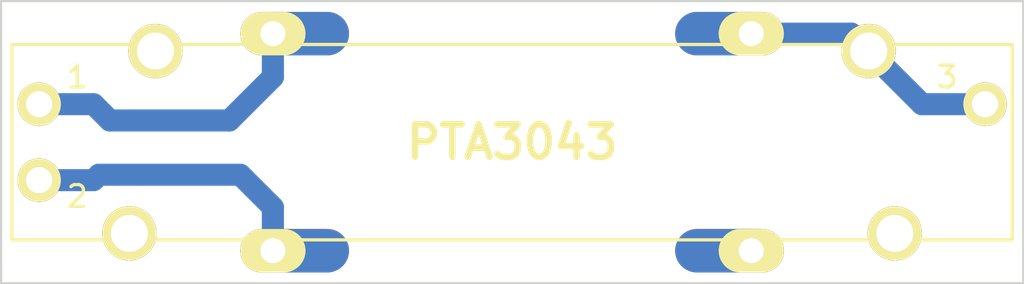
<source format=kicad_pcb>
(kicad_pcb (version 3) (host pcbnew "(2013-07-07 BZR 4022)-stable")

  (general
    (links 3)
    (no_connects 0)
    (area 63.416999 48.992 110.583001 63.008)
    (thickness 1.6)
    (drawings 6)
    (tracks 22)
    (zones 0)
    (modules 1)
    (nets 4)
  )

  (page A3)
  (layers
    (15 F.Cu signal)
    (0 B.Cu signal)
    (16 B.Adhes user)
    (17 F.Adhes user)
    (18 B.Paste user)
    (19 F.Paste user)
    (20 B.SilkS user)
    (21 F.SilkS user)
    (22 B.Mask user)
    (23 F.Mask user)
    (24 Dwgs.User user)
    (25 Cmts.User user)
    (26 Eco1.User user)
    (27 Eco2.User user)
    (28 Edge.Cuts user)
  )

  (setup
    (last_trace_width 2)
    (trace_clearance 0.508)
    (zone_clearance 0.254)
    (zone_45_only no)
    (trace_min 0.254)
    (segment_width 0.2)
    (edge_width 0.1)
    (via_size 0.889)
    (via_drill 0.635)
    (via_min_size 0.889)
    (via_min_drill 0.508)
    (uvia_size 0.508)
    (uvia_drill 0.127)
    (uvias_allowed no)
    (uvia_min_size 0.508)
    (uvia_min_drill 0.127)
    (pcb_text_width 0.3)
    (pcb_text_size 1.5 1.5)
    (mod_edge_width 0.15)
    (mod_text_size 1 1)
    (mod_text_width 0.15)
    (pad_size 3 2)
    (pad_drill 1.15)
    (pad_to_mask_clearance 0)
    (aux_axis_origin 0 0)
    (visible_elements 7FFFFFFF)
    (pcbplotparams
      (layerselection 284196865)
      (usegerberextensions true)
      (excludeedgelayer true)
      (linewidth 0.150000)
      (plotframeref false)
      (viasonmask false)
      (mode 1)
      (useauxorigin false)
      (hpglpennumber 1)
      (hpglpenspeed 20)
      (hpglpendiameter 15)
      (hpglpenoverlay 2)
      (psnegative false)
      (psa4output false)
      (plotreference false)
      (plotvalue false)
      (plotothertext true)
      (plotinvisibletext false)
      (padsonsilk false)
      (subtractmaskfromsilk true)
      (outputformat 1)
      (mirror false)
      (drillshape 0)
      (scaleselection 1)
      (outputdirectory "../Roland JP-4 slider/Gerbers/PTA/"))
  )

  (net 0 "")
  (net 1 N-000001)
  (net 2 N-000002)
  (net 3 N-000003)

  (net_class Default "This is the default net class."
    (clearance 0.508)
    (trace_width 2)
    (via_dia 0.889)
    (via_drill 0.635)
    (uvia_dia 0.508)
    (uvia_drill 0.127)
    (add_net "")
    (add_net N-000001)
    (add_net N-000002)
    (add_net N-000003)
  )

  (module PTA3043 (layer F.Cu) (tedit 53372347) (tstamp 5335C702)
    (at 87 56)
    (path /5334477F)
    (fp_text reference PTA1 (at 0 -5) (layer F.SilkS) hide
      (effects (font (size 1 1) (thickness 0.15)))
    )
    (fp_text value POT (at 0 4) (layer F.SilkS) hide
      (effects (font (size 1 1) (thickness 0.15)))
    )
    (fp_line (start 23 -4.5) (end 23 4.5) (layer F.SilkS) (width 0.15))
    (fp_line (start -23 -4.5) (end -23 4.5) (layer F.SilkS) (width 0.15))
    (fp_line (start -23 4.5) (end 23 4.5) (layer F.SilkS) (width 0.15))
    (fp_line (start -23 -4.5) (end 23 -4.5) (layer F.SilkS) (width 0.15))
    (fp_text user 3 (at 20 -3) (layer F.SilkS)
      (effects (font (size 1 1) (thickness 0.15)))
    )
    (fp_text user 2 (at -20 2.5) (layer F.SilkS)
      (effects (font (size 1 1) (thickness 0.15)))
    )
    (fp_text user 1 (at -20 -3) (layer F.SilkS)
      (effects (font (size 1 1) (thickness 0.15)))
    )
    (pad 7 thru_hole circle (at 16.4 -4.2) (size 2.5 2.5) (drill 1.7)
      (layers *.Cu *.Mask F.SilkS)
    )
    (pad 6 thru_hole circle (at -16.4 -4.2) (size 2.5 2.5) (drill 1.7)
      (layers *.Cu *.Mask F.SilkS)
    )
    (pad 5 thru_hole circle (at 17.6 4.2) (size 2.5 2.5) (drill 1.7)
      (layers *.Cu *.Mask F.SilkS)
    )
    (pad 4 thru_hole circle (at -17.6 4.2) (size 2.5 2.5) (drill 1.7)
      (layers *.Cu *.Mask F.SilkS)
    )
    (pad 1 thru_hole circle (at -21.75 -1.75) (size 2 2) (drill 1.2)
      (layers *.Cu *.Mask F.SilkS)
      (net 1 N-000001)
    )
    (pad 2 thru_hole circle (at -21.75 1.75) (size 2 2) (drill 1.2)
      (layers *.Cu *.Mask F.SilkS)
      (net 2 N-000002)
    )
    (pad 3 thru_hole circle (at 21.75 -1.75) (size 2 2) (drill 1.2)
      (layers *.Cu *.Mask F.SilkS)
      (net 3 N-000003)
    )
    (pad 1 thru_hole oval (at -11 -5) (size 3 2) (drill 1.15)
      (layers *.Cu *.Mask F.SilkS)
      (net 1 N-000001)
    )
    (pad 2 thru_hole oval (at -11 5) (size 3 2) (drill 1.15)
      (layers *.Cu *.Mask F.SilkS)
      (net 2 N-000002)
    )
    (pad 3 thru_hole oval (at 11 -5) (size 3 2) (drill 1.15)
      (layers *.Cu *.Mask F.SilkS)
      (net 3 N-000003)
    )
    (pad 8 thru_hole oval (at 11 5) (size 3 2) (drill 1.15)
      (layers *.Cu *.Mask F.SilkS)
    )
  )

  (gr_text PTA3043 (at 87 56) (layer F.SilkS)
    (effects (font (size 1.5 1.5) (thickness 0.3)))
  )
  (gr_line (start 63.5 62.5) (end 63.5 62) (angle 90) (layer Edge.Cuts) (width 0.1))
  (gr_line (start 63.5 49.5) (end 63.5 62) (angle 90) (layer Edge.Cuts) (width 0.1))
  (gr_line (start 110.5 62.5) (end 110.5 49.5) (angle 90) (layer Edge.Cuts) (width 0.1))
  (gr_line (start 63.5 49.5) (end 110.5 49.5) (angle 90) (layer Edge.Cuts) (width 0.1))
  (gr_line (start 110.5 62.5) (end 63.5 62.5) (angle 90) (layer Edge.Cuts) (width 0.1))

  (segment (start 98 61) (end 95.5 61) (width 2) (layer F.Cu) (net 0) (status 400000))
  (segment (start 98 61) (end 95.5 61) (width 2) (layer B.Cu) (net 0) (status 400000))
  (segment (start 76 51) (end 78.5 51) (width 2) (layer F.Cu) (net 1) (status 400000))
  (segment (start 78.5 51) (end 76 51) (width 2) (layer B.Cu) (net 1))
  (segment (start 65.25 54.25) (end 67.75 54.25) (width 1.016) (layer B.Cu) (net 1))
  (segment (start 76 53) (end 76 51) (width 1.016) (layer B.Cu) (net 1) (tstamp 5336E229))
  (segment (start 74 55) (end 76 53) (width 1.016) (layer B.Cu) (net 1) (tstamp 5336E228))
  (segment (start 68.5 55) (end 74 55) (width 1.016) (layer B.Cu) (net 1) (tstamp 5336E225))
  (segment (start 67.75 54.25) (end 68.5 55) (width 1.016) (layer B.Cu) (net 1) (tstamp 5336E221))
  (segment (start 76 61) (end 78.5 61) (width 2) (layer F.Cu) (net 2) (status 400000))
  (segment (start 76 61) (end 78.5 61) (width 2) (layer B.Cu) (net 2))
  (segment (start 65.25 57.75) (end 67.75 57.75) (width 1.016) (layer B.Cu) (net 2))
  (segment (start 76 59) (end 76 61) (width 1.016) (layer B.Cu) (net 2) (tstamp 5336E21E))
  (segment (start 74.5 57.5) (end 76 59) (width 1.016) (layer B.Cu) (net 2) (tstamp 5336E21D))
  (segment (start 68 57.5) (end 74.5 57.5) (width 1.016) (layer B.Cu) (net 2) (tstamp 5336E219))
  (segment (start 67.75 57.75) (end 68 57.5) (width 1.016) (layer B.Cu) (net 2) (tstamp 5336E215))
  (segment (start 98 51) (end 95.5 51) (width 2) (layer F.Cu) (net 3) (status 400000))
  (segment (start 98 51) (end 95.5 51) (width 2) (layer B.Cu) (net 3))
  (segment (start 108.75 54.25) (end 105.85 54.25) (width 1.016) (layer B.Cu) (net 3))
  (segment (start 105.85 54.25) (end 103.4 51.8) (width 1.016) (layer B.Cu) (net 3) (tstamp 5336E240))
  (segment (start 98 51) (end 102.6 51) (width 1.016) (layer B.Cu) (net 3))
  (segment (start 102.6 51) (end 103.4 51.8) (width 1.016) (layer B.Cu) (net 3) (tstamp 5336E233))

)

</source>
